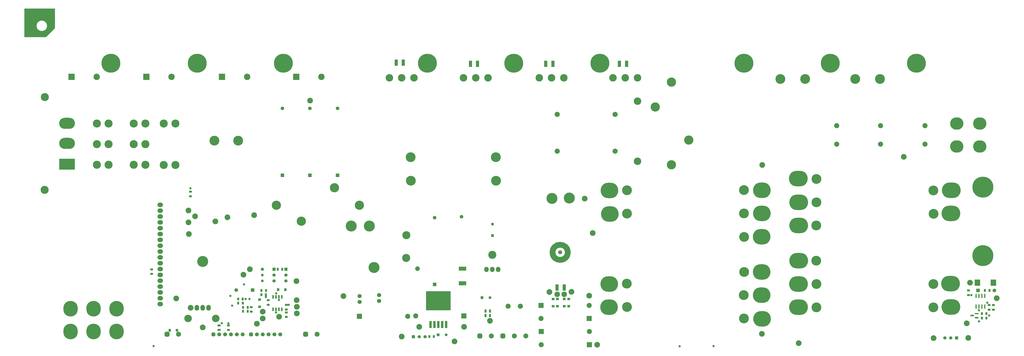
<source format=gbr>
%TF.GenerationSoftware,Altium Limited,Altium Designer,21.6.4 (81)*%
G04 Layer_Color=16711935*
%FSLAX43Y43*%
%MOMM*%
%TF.SameCoordinates,9BCA014A-4D13-4940-A32C-4131998200A9*%
%TF.FilePolarity,Negative*%
%TF.FileFunction,Soldermask,Bot*%
%TF.Part,Single*%
G01*
G75*
%TA.AperFunction,ComponentPad*%
%ADD21C,1.550*%
%ADD22R,1.550X1.550*%
%ADD27C,2.200*%
%ADD28O,6.858X4.826*%
%ADD29R,6.858X4.826*%
%ADD30C,3.500*%
%ADD31R,2.200X2.200*%
%ADD38R,1.600X1.600*%
%ADD39C,1.600*%
%ADD40R,1.400X1.400*%
%ADD41C,1.400*%
%ADD42R,1.250X1.250*%
%ADD43C,1.250*%
%ADD47R,1.200X1.200*%
%ADD48C,1.200*%
%ADD49R,1.400X1.400*%
%ADD60C,2.800*%
%ADD61R,2.800X2.800*%
%ADD62R,1.300X1.300*%
%ADD63C,1.300*%
%TA.AperFunction,SMDPad,CuDef*%
%ADD68R,3.200X1.720*%
%ADD69R,1.659X0.627*%
G04:AMPARAMS|DCode=70|XSize=1.659mm|YSize=0.627mm|CornerRadius=0.313mm|HoleSize=0mm|Usage=FLASHONLY|Rotation=180.000|XOffset=0mm|YOffset=0mm|HoleType=Round|Shape=RoundedRectangle|*
%AMROUNDEDRECTD70*
21,1,1.659,0.000,0,0,180.0*
21,1,1.032,0.627,0,0,180.0*
1,1,0.627,-0.516,0.000*
1,1,0.627,0.516,0.000*
1,1,0.627,0.516,0.000*
1,1,0.627,-0.516,0.000*
%
%ADD70ROUNDEDRECTD70*%
G04:AMPARAMS|DCode=72|XSize=1.55mm|YSize=0.6mm|CornerRadius=0.051mm|HoleSize=0mm|Usage=FLASHONLY|Rotation=90.000|XOffset=0mm|YOffset=0mm|HoleType=Round|Shape=RoundedRectangle|*
%AMROUNDEDRECTD72*
21,1,1.550,0.498,0,0,90.0*
21,1,1.448,0.600,0,0,90.0*
1,1,0.102,0.249,0.724*
1,1,0.102,0.249,-0.724*
1,1,0.102,-0.249,-0.724*
1,1,0.102,-0.249,0.724*
%
%ADD72ROUNDEDRECTD72*%
%ADD73R,0.543X1.874*%
G04:AMPARAMS|DCode=74|XSize=1.874mm|YSize=0.543mm|CornerRadius=0.272mm|HoleSize=0mm|Usage=FLASHONLY|Rotation=90.000|XOffset=0mm|YOffset=0mm|HoleType=Round|Shape=RoundedRectangle|*
%AMROUNDEDRECTD74*
21,1,1.874,0.000,0,0,90.0*
21,1,1.331,0.543,0,0,90.0*
1,1,0.543,0.000,0.665*
1,1,0.543,0.000,-0.665*
1,1,0.543,0.000,-0.665*
1,1,0.543,0.000,0.665*
%
%ADD74ROUNDEDRECTD74*%
%ADD77R,0.950X1.450*%
%ADD78R,1.016X3.050*%
%ADD79R,10.660X8.380*%
%ADD80R,1.405X2.806*%
%ADD83R,1.450X0.950*%
%TA.AperFunction,NonConductor*%
%ADD100C,2.540*%
%TA.AperFunction,SMDPad,CuDef*%
%ADD101R,0.830X1.280*%
%ADD102R,2.403X2.703*%
%ADD103R,1.280X0.830*%
%ADD104R,1.153X1.103*%
%ADD105R,1.103X1.153*%
%TA.AperFunction,ComponentPad*%
%ADD106C,3.505*%
%ADD107C,4.775*%
%ADD108O,1.981X2.235*%
%ADD109C,1.727*%
%ADD110C,2.403*%
%ADD111O,1.981X2.489*%
%ADD112O,3.303X3.203*%
%ADD113C,4.013*%
%ADD114C,2.489*%
%ADD115C,2.153*%
G04:AMPARAMS|DCode=116|XSize=2.153mm|YSize=2.153mm|CornerRadius=0.589mm|HoleSize=0mm|Usage=FLASHONLY|Rotation=0.000|XOffset=0mm|YOffset=0mm|HoleType=Round|Shape=RoundedRectangle|*
%AMROUNDEDRECTD116*
21,1,2.153,0.975,0,0,0.0*
21,1,0.975,2.153,0,0,0.0*
1,1,1.178,0.488,-0.488*
1,1,1.178,-0.488,-0.488*
1,1,1.178,-0.488,0.488*
1,1,1.178,0.488,0.488*
%
%ADD116ROUNDEDRECTD116*%
%ADD117C,2.235*%
%ADD118C,2.203*%
%ADD119C,3.251*%
%ADD120C,1.803*%
%ADD121O,7.703X6.703*%
%ADD122C,4.267*%
%ADD123O,8.203X6.703*%
%ADD124O,5.791X5.283*%
%ADD125C,8.203*%
%ADD126O,6.203X6.803*%
%ADD127C,9.093*%
%ADD128O,2.362X1.981*%
%ADD129C,1.703*%
G04:AMPARAMS|DCode=130|XSize=1.703mm|YSize=1.703mm|CornerRadius=0.477mm|HoleSize=0mm|Usage=FLASHONLY|Rotation=180.000|XOffset=0mm|YOffset=0mm|HoleType=Round|Shape=RoundedRectangle|*
%AMROUNDEDRECTD130*
21,1,1.703,0.750,0,0,180.0*
21,1,0.750,1.703,0,0,180.0*
1,1,0.953,-0.375,0.375*
1,1,0.953,0.375,0.375*
1,1,0.953,0.375,-0.375*
1,1,0.953,-0.375,-0.375*
%
%ADD130ROUNDEDRECTD130*%
%TA.AperFunction,ViaPad*%
%ADD131C,2.003*%
%ADD132C,1.003*%
G36*
X13200Y141450D02*
X9350Y137600D01*
X-50D01*
Y149075D01*
X-22Y150028D01*
X13200D01*
Y141450D01*
D02*
G37*
%LPC*%
G36*
X7697Y144759D02*
X7303D01*
X7278Y144754D01*
X7252D01*
X6866Y144677D01*
X6843Y144667D01*
X6818Y144662D01*
X6454Y144512D01*
X6432Y144497D01*
X6409Y144488D01*
X6081Y144269D01*
X6063Y144251D01*
X6042Y144237D01*
X5763Y143958D01*
X5749Y143937D01*
X5731Y143919D01*
X5512Y143591D01*
X5503Y143568D01*
X5488Y143546D01*
X5338Y143182D01*
X5333Y143157D01*
X5323Y143134D01*
X5246Y142747D01*
Y142722D01*
X5241Y142697D01*
Y142500D01*
Y142303D01*
X5246Y142278D01*
Y142252D01*
X5323Y141866D01*
X5333Y141843D01*
X5338Y141818D01*
X5488Y141454D01*
X5503Y141432D01*
X5512Y141409D01*
X5731Y141081D01*
X5749Y141063D01*
X5763Y141042D01*
X6042Y140763D01*
X6063Y140749D01*
X6081Y140731D01*
X6409Y140512D01*
X6432Y140503D01*
X6454Y140488D01*
X6818Y140338D01*
X6843Y140333D01*
X6866Y140323D01*
X7252Y140246D01*
X7278D01*
X7303Y140241D01*
X7697D01*
X7722Y140246D01*
X7748D01*
X8134Y140323D01*
X8157Y140333D01*
X8182Y140338D01*
X8546Y140488D01*
X8568Y140503D01*
X8591Y140512D01*
X8919Y140731D01*
X8937Y140749D01*
X8958Y140763D01*
X9237Y141042D01*
X9251Y141063D01*
X9269Y141081D01*
X9488Y141409D01*
X9497Y141432D01*
X9512Y141454D01*
X9662Y141818D01*
X9667Y141843D01*
X9677Y141866D01*
X9754Y142252D01*
Y142278D01*
X9759Y142303D01*
Y142500D01*
Y142697D01*
X9754Y142722D01*
Y142748D01*
X9677Y143134D01*
X9667Y143157D01*
X9662Y143182D01*
X9512Y143546D01*
X9497Y143568D01*
X9488Y143591D01*
X9269Y143919D01*
X9251Y143937D01*
X9237Y143958D01*
X8958Y144237D01*
X8937Y144251D01*
X8919Y144269D01*
X8591Y144488D01*
X8568Y144497D01*
X8546Y144512D01*
X8182Y144662D01*
X8157Y144667D01*
X8134Y144677D01*
X7748Y144754D01*
X7722D01*
X7697Y144759D01*
D02*
G37*
%LPD*%
D21*
X189850Y59430D02*
D03*
X112000Y106555D02*
D03*
X124000D02*
D03*
X136000D02*
D03*
X178175Y59030D02*
D03*
D22*
X189850Y30320D02*
D03*
X112000Y77445D02*
D03*
X124000D02*
D03*
X136000D02*
D03*
X178175Y29920D02*
D03*
D27*
X169955Y16200D02*
D03*
X166445Y16050D02*
D03*
X245340Y20800D02*
D03*
X224400Y15100D02*
D03*
X245395Y9425D02*
D03*
X224450Y3725D02*
D03*
D28*
X18502Y100090D02*
D03*
Y91327D02*
D03*
D29*
Y82310D02*
D03*
D30*
X8850Y111520D02*
D03*
X8723Y71134D02*
D03*
D31*
X190895Y16200D02*
D03*
X145505Y16050D02*
D03*
X224400Y20800D02*
D03*
X245340Y15100D02*
D03*
X224455Y9425D02*
D03*
X245390Y3725D02*
D03*
D38*
X414225Y27300D02*
D03*
X99050Y27475D02*
D03*
D39*
X421325Y27300D02*
D03*
X91950Y27475D02*
D03*
D40*
X404925Y6650D02*
D03*
X168900Y7200D02*
D03*
D41*
X402385Y6650D02*
D03*
X399845D02*
D03*
X108439Y31460D02*
D03*
Y34000D02*
D03*
X113550Y31460D02*
D03*
Y34000D02*
D03*
X171440Y7200D02*
D03*
X173980D02*
D03*
D42*
X179675Y8025D02*
D03*
X198725Y24175D02*
D03*
D43*
X183175Y8025D02*
D03*
X202225Y24175D02*
D03*
D47*
X103345Y36540D02*
D03*
D48*
Y34000D02*
D03*
Y31460D02*
D03*
D49*
X108439Y36540D02*
D03*
X113550D02*
D03*
D60*
X63880Y120272D02*
D03*
X96710D02*
D03*
X128954D02*
D03*
X31392D02*
D03*
D61*
X52960D02*
D03*
X85790D02*
D03*
X118034D02*
D03*
X20472D02*
D03*
D62*
X203325Y51225D02*
D03*
D63*
Y56225D02*
D03*
D68*
X190250Y30420D02*
D03*
Y36830D02*
D03*
D69*
X413650Y17275D02*
D03*
D70*
Y15445D02*
D03*
X411697Y16360D02*
D03*
D72*
X111792Y24513D02*
D03*
X110522D02*
D03*
X109252D02*
D03*
X107982D02*
D03*
Y19113D02*
D03*
X109252D02*
D03*
X110522D02*
D03*
X111792D02*
D03*
D73*
X417144Y20320D02*
D03*
D74*
X415874D02*
D03*
X414604D02*
D03*
X413334D02*
D03*
Y24952D02*
D03*
X414604D02*
D03*
X415874D02*
D03*
X417144D02*
D03*
D77*
X202200Y18325D02*
D03*
X200250D02*
D03*
X202200Y16400D02*
D03*
X200250D02*
D03*
D78*
X176371Y12492D02*
D03*
X178073D02*
D03*
X179775D02*
D03*
X181477D02*
D03*
X183179D02*
D03*
D79*
X179775Y22797D02*
D03*
D80*
X258424Y126000D02*
D03*
X261526D02*
D03*
X193724D02*
D03*
X196826D02*
D03*
X164551Y126500D02*
D03*
X161449D02*
D03*
X229526Y126000D02*
D03*
X226424D02*
D03*
X234476Y28600D02*
D03*
X231374D02*
D03*
D83*
X84525Y12100D02*
D03*
Y10150D02*
D03*
D100*
X235995Y43913D02*
G03*
X235995Y43913I-3300J0D01*
G01*
D101*
X417200Y27300D02*
D03*
X419200D02*
D03*
X415875Y15325D02*
D03*
X417875D02*
D03*
X415875Y17275D02*
D03*
X417875D02*
D03*
X94950Y19950D02*
D03*
X96950D02*
D03*
X96975Y18250D02*
D03*
X94975D02*
D03*
X175850Y7225D02*
D03*
X177850D02*
D03*
X92800Y23625D02*
D03*
X94800D02*
D03*
X94825Y21800D02*
D03*
X92825D02*
D03*
X104900Y27300D02*
D03*
X102900D02*
D03*
X104875Y25475D02*
D03*
X102875D02*
D03*
X111975Y36525D02*
D03*
X109975D02*
D03*
D102*
X413975Y30675D02*
D03*
X420875D02*
D03*
D103*
X419025Y18975D02*
D03*
Y20975D02*
D03*
X420875D02*
D03*
Y18975D02*
D03*
X410025Y27325D02*
D03*
Y25325D02*
D03*
X55200Y34500D02*
D03*
Y36500D02*
D03*
X72100Y68300D02*
D03*
Y70300D02*
D03*
X98525Y18075D02*
D03*
Y20075D02*
D03*
X105875Y21050D02*
D03*
Y23050D02*
D03*
X113725Y17775D02*
D03*
Y15775D02*
D03*
X88550Y10100D02*
D03*
Y12100D02*
D03*
X113750Y21050D02*
D03*
Y19050D02*
D03*
D104*
X102150Y20175D02*
D03*
X102150Y23325D02*
D03*
X234500Y20425D02*
D03*
X234500Y23575D02*
D03*
X236375D02*
D03*
X236375Y20425D02*
D03*
X231475D02*
D03*
X231475Y23575D02*
D03*
X229600D02*
D03*
X229600Y20425D02*
D03*
D105*
X113325Y27625D02*
D03*
X110175Y27625D02*
D03*
X66250Y10000D02*
D03*
X63100Y10000D02*
D03*
D106*
X165889Y51391D02*
D03*
X165762Y41485D02*
D03*
X203217Y42777D02*
D03*
X65540Y81925D02*
D03*
X60460D02*
D03*
Y99950D02*
D03*
X65540D02*
D03*
X52540Y82000D02*
D03*
X47460D02*
D03*
Y100000D02*
D03*
X52540D02*
D03*
Y91000D02*
D03*
X47460D02*
D03*
X36540D02*
D03*
X31460D02*
D03*
X36540Y100000D02*
D03*
X31460D02*
D03*
X36540Y82000D02*
D03*
X31460D02*
D03*
D107*
X141886Y55328D02*
D03*
X149760D02*
D03*
X151792Y37294D02*
D03*
X229139Y67408D02*
D03*
X236632Y67535D02*
D03*
X77450Y39975D02*
D03*
D108*
X200677Y36427D02*
D03*
X203217D02*
D03*
X205757D02*
D03*
D109*
X232695Y43913D02*
D03*
D110*
X231425Y25625D02*
D03*
X234473D02*
D03*
D111*
X74910Y19782D02*
D03*
X77450D02*
D03*
X79990D02*
D03*
D112*
X83100Y15100D02*
D03*
X71100D02*
D03*
D113*
X145450Y64425D02*
D03*
X109450D02*
D03*
X120250Y57425D02*
D03*
X134650Y72025D02*
D03*
X288600Y92800D02*
D03*
X274000Y107200D02*
D03*
X281000Y118000D02*
D03*
Y82000D02*
D03*
D114*
X248800Y3725D02*
D03*
X95100Y34200D02*
D03*
X103475Y15100D02*
D03*
X422375Y23925D02*
D03*
X410750Y30725D02*
D03*
X409300Y13000D02*
D03*
X409950Y6700D02*
D03*
X190925Y11525D02*
D03*
X171475D02*
D03*
X163850Y7225D02*
D03*
X186825Y5125D02*
D03*
X202200Y14150D02*
D03*
X381925Y85475D02*
D03*
X394875Y6600D02*
D03*
X245300Y25075D02*
D03*
X97925Y36550D02*
D03*
X118175Y31425D02*
D03*
X124075Y109925D02*
D03*
X65900Y23850D02*
D03*
X138575Y24875D02*
D03*
X100975Y12850D02*
D03*
X71225Y56918D02*
D03*
X71250Y62125D02*
D03*
X71428Y51889D02*
D03*
X88200Y59150D02*
D03*
X74069Y59585D02*
D03*
X82925Y57350D02*
D03*
X99725Y60075D02*
D03*
X118254Y23084D02*
D03*
X103500Y18075D02*
D03*
X118280Y17318D02*
D03*
X118275Y20250D02*
D03*
X110575Y15925D02*
D03*
X227994Y26612D02*
D03*
X237625Y26750D02*
D03*
X246800Y52325D02*
D03*
X243350Y67250D02*
D03*
X320325Y8425D02*
D03*
X77375Y11225D02*
D03*
X72150Y19825D02*
D03*
X320500Y81975D02*
D03*
X336325Y4375D02*
D03*
D115*
X66935Y8275D02*
D03*
X202800Y7525D02*
D03*
X217800Y7500D02*
D03*
X212800D02*
D03*
X127125Y8250D02*
D03*
D116*
X61935Y8275D02*
D03*
X197800Y7525D02*
D03*
X207800Y7500D02*
D03*
X122125Y8250D02*
D03*
D117*
X231427Y87975D02*
D03*
X256573D02*
D03*
X231427Y103975D02*
D03*
X256573D02*
D03*
D118*
X352825Y99000D02*
D03*
Y91000D02*
D03*
X391150D02*
D03*
Y99000D02*
D03*
X371850Y91000D02*
D03*
Y99000D02*
D03*
X215417Y20500D02*
D03*
X210083D02*
D03*
D119*
X190666Y119865D02*
D03*
X196000D02*
D03*
X201334D02*
D03*
X158511D02*
D03*
X163845D02*
D03*
X169179D02*
D03*
X223666D02*
D03*
X229000D02*
D03*
X234334D02*
D03*
X255666D02*
D03*
X261000D02*
D03*
X266334D02*
D03*
X266310Y109692D02*
D03*
Y83530D02*
D03*
D120*
X145575Y22305D02*
D03*
Y24845D02*
D03*
X154000Y22730D02*
D03*
Y25270D02*
D03*
D121*
X320258Y35355D02*
D03*
Y25271D02*
D03*
X320385Y14959D02*
D03*
X254091Y70839D02*
D03*
X254243Y60628D02*
D03*
X254066Y30123D02*
D03*
X253964Y20039D02*
D03*
X320233Y50671D02*
D03*
X320309Y60857D02*
D03*
Y70941D02*
D03*
D122*
X312587Y50646D02*
D03*
Y35381D02*
D03*
X261711Y20090D02*
D03*
X261660Y30250D02*
D03*
X261711Y60806D02*
D03*
X261762Y70966D02*
D03*
X312536Y15137D02*
D03*
X312486Y25271D02*
D03*
X312511Y60831D02*
D03*
X312562Y71017D02*
D03*
X343958Y40300D02*
D03*
Y55565D02*
D03*
X394835Y70856D02*
D03*
X394885Y60696D02*
D03*
X394835Y30140D02*
D03*
X394784Y19980D02*
D03*
X344009Y75809D02*
D03*
X344060Y65675D02*
D03*
X344035Y30115D02*
D03*
X343984Y19929D02*
D03*
X371629Y119325D02*
D03*
X360834D02*
D03*
X339129Y119333D02*
D03*
X328334D02*
D03*
X82507Y92555D02*
D03*
X92794D02*
D03*
X167873Y75047D02*
D03*
X167746Y85334D02*
D03*
X204746D02*
D03*
X204873Y75047D02*
D03*
D123*
X402582Y70907D02*
D03*
X402480Y60823D02*
D03*
X402302Y30318D02*
D03*
X402455Y20107D02*
D03*
X336161Y75987D02*
D03*
X336288Y65675D02*
D03*
Y55591D02*
D03*
X336313Y40275D02*
D03*
X336237Y30089D02*
D03*
Y20005D02*
D03*
D124*
X415000Y90000D02*
D03*
Y100000D02*
D03*
X405000D02*
D03*
Y90000D02*
D03*
D125*
X75000Y126200D02*
D03*
X112500D02*
D03*
X37500D02*
D03*
X212500D02*
D03*
X250000D02*
D03*
X175000D02*
D03*
X350000D02*
D03*
X387500D02*
D03*
X312500D02*
D03*
D126*
X40000Y9460D02*
D03*
Y19366D02*
D03*
X20000Y9460D02*
D03*
Y19366D02*
D03*
X30000Y9460D02*
D03*
Y19366D02*
D03*
D127*
X416300Y42450D02*
D03*
Y72295D02*
D03*
D128*
X58978Y23965D02*
D03*
Y26505D02*
D03*
Y29045D02*
D03*
Y31585D02*
D03*
Y21425D02*
D03*
Y34125D02*
D03*
Y36665D02*
D03*
Y39205D02*
D03*
Y41745D02*
D03*
Y44285D02*
D03*
Y46825D02*
D03*
Y49365D02*
D03*
Y51905D02*
D03*
Y54445D02*
D03*
Y59525D02*
D03*
Y62065D02*
D03*
Y56985D02*
D03*
Y64605D02*
D03*
D129*
X89658Y8200D02*
D03*
X84578D02*
D03*
X87118D02*
D03*
X92198D02*
D03*
X94738D02*
D03*
X106041D02*
D03*
X100961D02*
D03*
X103501D02*
D03*
X108581D02*
D03*
X111121D02*
D03*
D130*
X82038D02*
D03*
X98421D02*
D03*
D131*
X170675Y36775D02*
D03*
D132*
X89450Y24975D02*
D03*
X90225Y20700D02*
D03*
X88550Y13000D02*
D03*
X85725Y13100D02*
D03*
X109252Y17727D02*
D03*
X104875Y24425D02*
D03*
X109325Y26075D02*
D03*
X95325Y29950D02*
D03*
X96050Y23600D02*
D03*
X97725D02*
D03*
X56075Y3100D02*
D03*
X110522Y23178D02*
D03*
X114725Y21025D02*
D03*
X284550Y3025D02*
D03*
X72075Y71750D02*
D03*
X418263Y21962D02*
D03*
X299350Y3125D02*
D03*
X419000Y16375D02*
D03*
X411300Y25325D02*
D03*
X414650Y13825D02*
D03*
X414625Y18725D02*
D03*
%TF.MD5,3e1af7dfa8864f7f78bfd3a6bbf8cfd1*%
M02*

</source>
